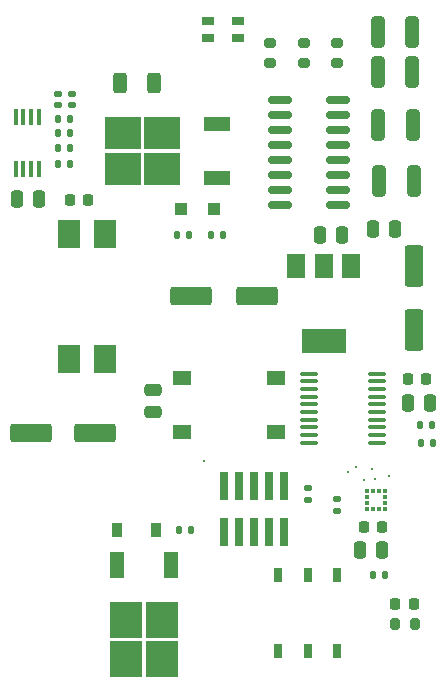
<source format=gtp>
%TF.GenerationSoftware,KiCad,Pcbnew,(6.0.1-0)*%
%TF.CreationDate,2022-12-01T23:09:06-06:00*%
%TF.ProjectId,tackle_sensor_hardware,7461636b-6c65-45f7-9365-6e736f725f68,rev?*%
%TF.SameCoordinates,Original*%
%TF.FileFunction,Paste,Top*%
%TF.FilePolarity,Positive*%
%FSLAX46Y46*%
G04 Gerber Fmt 4.6, Leading zero omitted, Abs format (unit mm)*
G04 Created by KiCad (PCBNEW (6.0.1-0)) date 2022-12-01 23:09:06*
%MOMM*%
%LPD*%
G01*
G04 APERTURE LIST*
G04 Aperture macros list*
%AMRoundRect*
0 Rectangle with rounded corners*
0 $1 Rounding radius*
0 $2 $3 $4 $5 $6 $7 $8 $9 X,Y pos of 4 corners*
0 Add a 4 corners polygon primitive as box body*
4,1,4,$2,$3,$4,$5,$6,$7,$8,$9,$2,$3,0*
0 Add four circle primitives for the rounded corners*
1,1,$1+$1,$2,$3*
1,1,$1+$1,$4,$5*
1,1,$1+$1,$6,$7*
1,1,$1+$1,$8,$9*
0 Add four rect primitives between the rounded corners*
20,1,$1+$1,$2,$3,$4,$5,0*
20,1,$1+$1,$4,$5,$6,$7,0*
20,1,$1+$1,$6,$7,$8,$9,0*
20,1,$1+$1,$8,$9,$2,$3,0*%
G04 Aperture macros list end*
%ADD10RoundRect,0.200000X-0.275000X0.200000X-0.275000X-0.200000X0.275000X-0.200000X0.275000X0.200000X0*%
%ADD11R,0.450000X1.450000*%
%ADD12RoundRect,0.135000X-0.135000X-0.185000X0.135000X-0.185000X0.135000X0.185000X-0.135000X0.185000X0*%
%ADD13R,0.760000X2.400000*%
%ADD14RoundRect,0.250000X0.312500X0.625000X-0.312500X0.625000X-0.312500X-0.625000X0.312500X-0.625000X0*%
%ADD15R,0.700000X1.200000*%
%ADD16RoundRect,0.225000X0.225000X0.250000X-0.225000X0.250000X-0.225000X-0.250000X0.225000X-0.250000X0*%
%ADD17RoundRect,0.250000X0.312500X1.075000X-0.312500X1.075000X-0.312500X-1.075000X0.312500X-1.075000X0*%
%ADD18R,0.350000X0.375000*%
%ADD19R,0.375000X0.350000*%
%ADD20RoundRect,0.225000X-0.225000X-0.250000X0.225000X-0.250000X0.225000X0.250000X-0.225000X0.250000X0*%
%ADD21RoundRect,0.200000X0.200000X0.275000X-0.200000X0.275000X-0.200000X-0.275000X0.200000X-0.275000X0*%
%ADD22RoundRect,0.250000X0.250000X0.475000X-0.250000X0.475000X-0.250000X-0.475000X0.250000X-0.475000X0*%
%ADD23RoundRect,0.250000X1.500000X0.550000X-1.500000X0.550000X-1.500000X-0.550000X1.500000X-0.550000X0*%
%ADD24RoundRect,0.135000X-0.185000X0.135000X-0.185000X-0.135000X0.185000X-0.135000X0.185000X0.135000X0*%
%ADD25C,0.254000*%
%ADD26RoundRect,0.250000X0.550000X-1.500000X0.550000X1.500000X-0.550000X1.500000X-0.550000X-1.500000X0*%
%ADD27R,1.550000X1.300000*%
%ADD28RoundRect,0.100000X0.637500X0.100000X-0.637500X0.100000X-0.637500X-0.100000X0.637500X-0.100000X0*%
%ADD29RoundRect,0.150000X-0.825000X-0.150000X0.825000X-0.150000X0.825000X0.150000X-0.825000X0.150000X0*%
%ADD30RoundRect,0.135000X0.135000X0.185000X-0.135000X0.185000X-0.135000X-0.185000X0.135000X-0.185000X0*%
%ADD31R,1.955800X2.362200*%
%ADD32R,2.750000X3.050000*%
%ADD33R,1.200000X2.200000*%
%ADD34RoundRect,0.140000X0.170000X-0.140000X0.170000X0.140000X-0.170000X0.140000X-0.170000X-0.140000X0*%
%ADD35RoundRect,0.140000X-0.140000X-0.170000X0.140000X-0.170000X0.140000X0.170000X-0.140000X0.170000X0*%
%ADD36RoundRect,0.218750X0.218750X0.256250X-0.218750X0.256250X-0.218750X-0.256250X0.218750X-0.256250X0*%
%ADD37R,1.500000X2.000000*%
%ADD38R,3.800000X2.000000*%
%ADD39RoundRect,0.250000X-0.250000X-0.475000X0.250000X-0.475000X0.250000X0.475000X-0.250000X0.475000X0*%
%ADD40R,3.050000X2.750000*%
%ADD41R,2.200000X1.200000*%
%ADD42R,0.900000X1.200000*%
%ADD43R,1.000000X0.800000*%
%ADD44RoundRect,0.250000X-0.312500X-1.075000X0.312500X-1.075000X0.312500X1.075000X-0.312500X1.075000X0*%
%ADD45RoundRect,0.250000X0.475000X-0.250000X0.475000X0.250000X-0.475000X0.250000X-0.475000X-0.250000X0*%
%ADD46R,1.100000X1.100000*%
G04 APERTURE END LIST*
D10*
%TO.C,R14*%
X143764000Y-74574400D03*
X143764000Y-76224400D03*
%TD*%
D11*
%TO.C,U2*%
X124165000Y-80858000D03*
X123515000Y-80858000D03*
X122865000Y-80858000D03*
X122215000Y-80858000D03*
X122215000Y-85258000D03*
X122865000Y-85258000D03*
X123515000Y-85258000D03*
X124165000Y-85258000D03*
%TD*%
D12*
%TO.C,R16*%
X156514800Y-108407200D03*
X157534800Y-108407200D03*
%TD*%
D13*
%TO.C,J1*%
X144932400Y-112045200D03*
X144932400Y-115945200D03*
X143662400Y-112045200D03*
X143662400Y-115945200D03*
X142392400Y-112045200D03*
X142392400Y-115945200D03*
X141122400Y-112045200D03*
X141122400Y-115945200D03*
X139852400Y-112045200D03*
X139852400Y-115945200D03*
%TD*%
D14*
%TO.C,R7*%
X133938200Y-77978000D03*
X131013200Y-77978000D03*
%TD*%
D12*
%TO.C,R1*%
X136017000Y-115824000D03*
X137037000Y-115824000D03*
%TD*%
D15*
%TO.C,SW2*%
X144439000Y-119559000D03*
X146939000Y-119559000D03*
X149439000Y-119559000D03*
X144439000Y-126059000D03*
X146939000Y-126059000D03*
X149439000Y-126059000D03*
%TD*%
D16*
%TO.C,C11*%
X153238800Y-115519200D03*
X151688800Y-115519200D03*
%TD*%
D17*
%TO.C,R19*%
X155934600Y-86258400D03*
X153009600Y-86258400D03*
%TD*%
%TO.C,R17*%
X155833000Y-81534000D03*
X152908000Y-81534000D03*
%TD*%
D18*
%TO.C,U3*%
X153454800Y-112521500D03*
X152954800Y-112521500D03*
X152454800Y-112521500D03*
X151954800Y-112521500D03*
D19*
X151942300Y-113034000D03*
X151942300Y-113534000D03*
D18*
X151954800Y-114046500D03*
X152454800Y-114046500D03*
X152954800Y-114046500D03*
X153454800Y-114046500D03*
D19*
X153467300Y-113534000D03*
X153467300Y-113034000D03*
%TD*%
D20*
%TO.C,C7*%
X155422000Y-103022400D03*
X156972000Y-103022400D03*
%TD*%
D21*
%TO.C,R12*%
X156006800Y-123748800D03*
X154356800Y-123748800D03*
%TD*%
D22*
%TO.C,C3*%
X124206000Y-87757000D03*
X122306000Y-87757000D03*
%TD*%
D23*
%TO.C,C2*%
X128938000Y-107569000D03*
X123538000Y-107569000D03*
%TD*%
D24*
%TO.C,R3*%
X146964400Y-112264000D03*
X146964400Y-113284000D03*
%TD*%
D10*
%TO.C,R11*%
X149453600Y-74574400D03*
X149453600Y-76224400D03*
%TD*%
D12*
%TO.C,R4*%
X125776800Y-84785200D03*
X126796800Y-84785200D03*
%TD*%
D25*
%TO.C,TP11*%
X152654000Y-111455200D03*
%TD*%
D26*
%TO.C,C15*%
X155905200Y-98864400D03*
X155905200Y-93464400D03*
%TD*%
D27*
%TO.C,SW1*%
X144238800Y-107456800D03*
X136278800Y-107456800D03*
X144238800Y-102956800D03*
X136278800Y-102956800D03*
%TD*%
D28*
%TO.C,U1*%
X152773300Y-108385800D03*
X152773300Y-107735800D03*
X152773300Y-107085800D03*
X152773300Y-106435800D03*
X152773300Y-105785800D03*
X152773300Y-105135800D03*
X152773300Y-104485800D03*
X152773300Y-103835800D03*
X152773300Y-103185800D03*
X152773300Y-102535800D03*
X147048300Y-102535800D03*
X147048300Y-103185800D03*
X147048300Y-103835800D03*
X147048300Y-104485800D03*
X147048300Y-105135800D03*
X147048300Y-105785800D03*
X147048300Y-106435800D03*
X147048300Y-107085800D03*
X147048300Y-107735800D03*
X147048300Y-108385800D03*
%TD*%
D12*
%TO.C,R18*%
X156464000Y-106883200D03*
X157484000Y-106883200D03*
%TD*%
D22*
%TO.C,C9*%
X153233200Y-117500400D03*
X151333200Y-117500400D03*
%TD*%
D29*
%TO.C,U5*%
X144591000Y-79375000D03*
X144591000Y-80645000D03*
X144591000Y-81915000D03*
X144591000Y-83185000D03*
X144591000Y-84455000D03*
X144591000Y-85725000D03*
X144591000Y-86995000D03*
X144591000Y-88265000D03*
X149541000Y-88265000D03*
X149541000Y-86995000D03*
X149541000Y-85725000D03*
X149541000Y-84455000D03*
X149541000Y-83185000D03*
X149541000Y-81915000D03*
X149541000Y-80645000D03*
X149541000Y-79375000D03*
%TD*%
D25*
%TO.C,TP13*%
X152400000Y-110642400D03*
%TD*%
%TO.C,TP8*%
X151028400Y-110490000D03*
%TD*%
D30*
%TO.C,R9*%
X136855200Y-90779600D03*
X135835200Y-90779600D03*
%TD*%
D12*
%TO.C,R2*%
X125827600Y-80970000D03*
X126847600Y-80970000D03*
%TD*%
D31*
%TO.C,T1*%
X129770000Y-90690700D03*
X126770000Y-90690700D03*
X126770000Y-101333300D03*
X129770000Y-101333300D03*
%TD*%
D30*
%TO.C,R8*%
X139801600Y-90779600D03*
X138781600Y-90779600D03*
%TD*%
%TO.C,R5*%
X153519600Y-119583200D03*
X152499600Y-119583200D03*
%TD*%
D32*
%TO.C,Q1*%
X134622000Y-126746000D03*
X131572000Y-123396000D03*
X131572000Y-126746000D03*
X134622000Y-123396000D03*
D33*
X135377000Y-118771000D03*
X130817000Y-118771000D03*
%TD*%
D34*
%TO.C,C6*%
X127000000Y-79801600D03*
X127000000Y-78841600D03*
%TD*%
D10*
%TO.C,R13*%
X146608800Y-74574400D03*
X146608800Y-76224400D03*
%TD*%
D35*
%TO.C,C8*%
X125831600Y-83459200D03*
X126791600Y-83459200D03*
%TD*%
D36*
%TO.C,D3*%
X155943800Y-122021600D03*
X154368800Y-122021600D03*
%TD*%
D12*
%TO.C,R6*%
X125829600Y-82189200D03*
X126849600Y-82189200D03*
%TD*%
D34*
%TO.C,C5*%
X125831600Y-79801600D03*
X125831600Y-78841600D03*
%TD*%
D16*
%TO.C,C10*%
X128320800Y-87884000D03*
X126770800Y-87884000D03*
%TD*%
D37*
%TO.C,U4*%
X150585200Y-93471600D03*
X148285200Y-93471600D03*
D38*
X148285200Y-99771600D03*
D37*
X145985200Y-93471600D03*
%TD*%
D39*
%TO.C,C14*%
X152430400Y-90322400D03*
X154330400Y-90322400D03*
%TD*%
D23*
%TO.C,C12*%
X142652400Y-96012000D03*
X137052400Y-96012000D03*
%TD*%
D39*
%TO.C,C13*%
X147960000Y-90779600D03*
X149860000Y-90779600D03*
%TD*%
D25*
%TO.C,TP2*%
X138176000Y-109931200D03*
%TD*%
%TO.C,TP10*%
X151688800Y-111556800D03*
%TD*%
D40*
%TO.C,Q2*%
X131267200Y-82141600D03*
X134617200Y-82141600D03*
X131267200Y-85191600D03*
X134617200Y-85191600D03*
D41*
X139242200Y-85946600D03*
X139242200Y-81386600D03*
%TD*%
D25*
%TO.C,TP14*%
X153822400Y-111252000D03*
%TD*%
D39*
%TO.C,C4*%
X155427600Y-105003600D03*
X157327600Y-105003600D03*
%TD*%
D42*
%TO.C,D1*%
X130811000Y-115824000D03*
X134111000Y-115824000D03*
%TD*%
D24*
%TO.C,R10*%
X149402800Y-113127600D03*
X149402800Y-114147600D03*
%TD*%
D43*
%TO.C,D4*%
X138500800Y-72706000D03*
X138500800Y-74106000D03*
X141000800Y-74106000D03*
X141000800Y-72706000D03*
%TD*%
D17*
%TO.C,R15*%
X155803600Y-77012800D03*
X152878600Y-77012800D03*
%TD*%
D44*
%TO.C,F1*%
X152878600Y-73609200D03*
X155803600Y-73609200D03*
%TD*%
D25*
%TO.C,TP9*%
X150317200Y-110896400D03*
%TD*%
D45*
%TO.C,C1*%
X133858000Y-105816400D03*
X133858000Y-103916400D03*
%TD*%
D46*
%TO.C,D2*%
X138988800Y-88646000D03*
X136188800Y-88646000D03*
%TD*%
M02*

</source>
